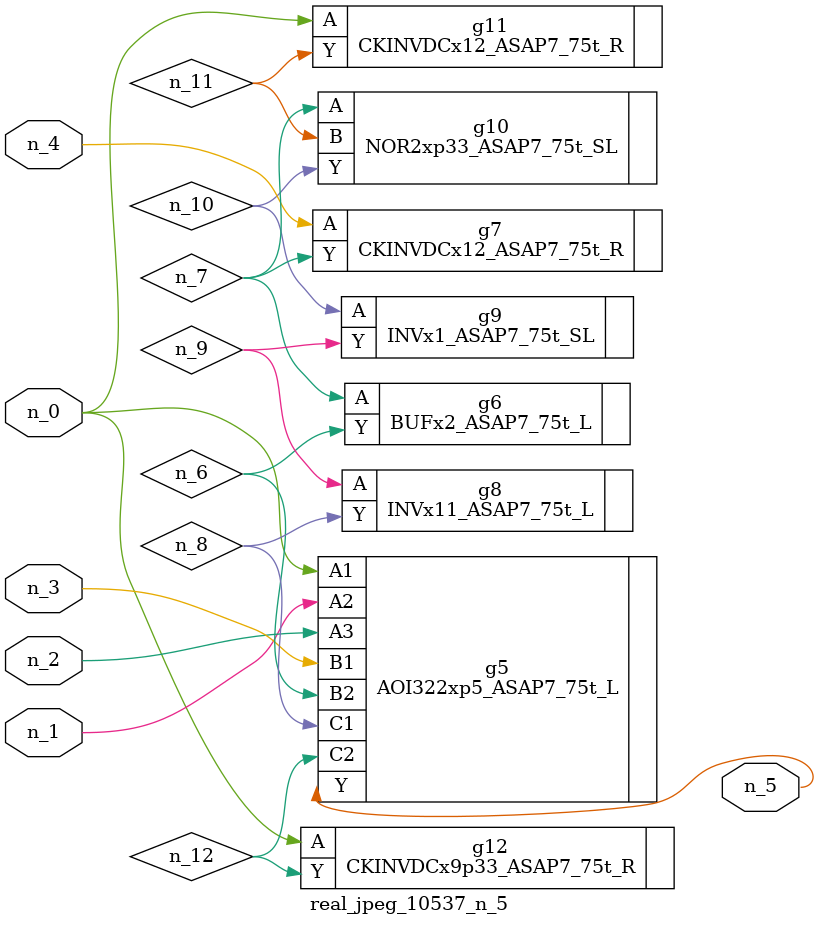
<source format=v>
module real_jpeg_10537_n_5 (n_4, n_0, n_1, n_2, n_3, n_5);

input n_4;
input n_0;
input n_1;
input n_2;
input n_3;

output n_5;

wire n_12;
wire n_8;
wire n_11;
wire n_6;
wire n_7;
wire n_10;
wire n_9;

AOI322xp5_ASAP7_75t_L g5 ( 
.A1(n_0),
.A2(n_1),
.A3(n_2),
.B1(n_3),
.B2(n_6),
.C1(n_8),
.C2(n_12),
.Y(n_5)
);

CKINVDCx12_ASAP7_75t_R g11 ( 
.A(n_0),
.Y(n_11)
);

CKINVDCx9p33_ASAP7_75t_R g12 ( 
.A(n_0),
.Y(n_12)
);

CKINVDCx12_ASAP7_75t_R g7 ( 
.A(n_4),
.Y(n_7)
);

BUFx2_ASAP7_75t_L g6 ( 
.A(n_7),
.Y(n_6)
);

NOR2xp33_ASAP7_75t_SL g10 ( 
.A(n_7),
.B(n_11),
.Y(n_10)
);

INVx11_ASAP7_75t_L g8 ( 
.A(n_9),
.Y(n_8)
);

INVx1_ASAP7_75t_SL g9 ( 
.A(n_10),
.Y(n_9)
);


endmodule
</source>
